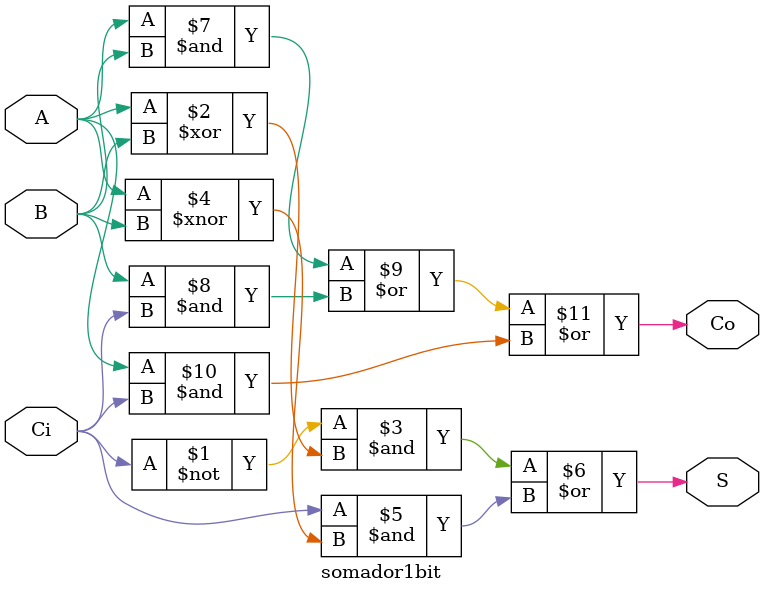
<source format=v>
module somador1bit(A,B,S,Co,Ci);

	input A,B,Ci;
	output S,Co;
	assign S = ~Ci&(A^B) | Ci&(A^~B);
	assign Co = A&B | B&Ci | A&Ci;

endmodule
</source>
